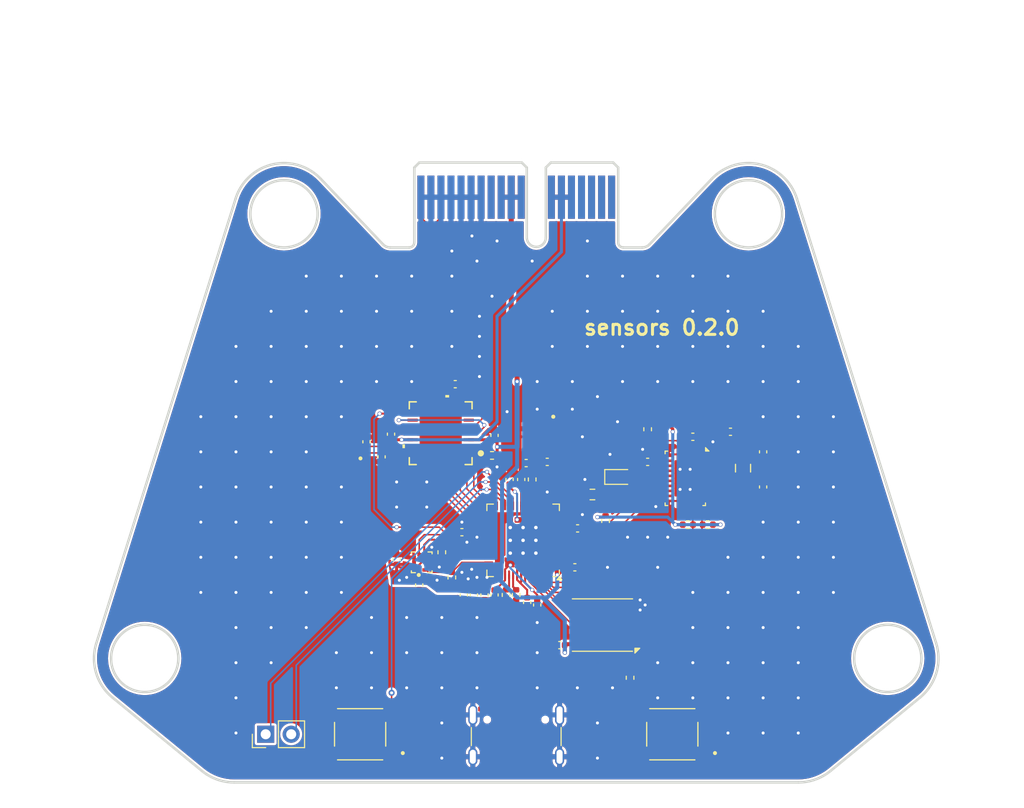
<source format=kicad_pcb>
(kicad_pcb (version 20240108) (generator "pcbnew") (generator_version "8.0")
  (layers (0 "F.Cu" signal) (31 "B.Cu" signal) (34 "B.Paste" user) (35 "F.Paste" user) (36 "B.SilkS" user "B.Silkscreen") (37 "F.SilkS" user "F.Silkscreen") (38 "B.Mask" user) (39 "F.Mask" user) (44 "Edge.Cuts" user))
  (net 0 "")
  (net 1 "+1.1V")
  (net 2 "+7.4V")
  (net 4 "CANINT")
  (net 5 "/XIN")
  (net 7 "Net-(U8-XOUT32)")
  (net 8 "BMPINT")
  (net 11 "Net-(U8-CAP)")
  (net 12 "BNORESET")
  (net 15 "BNOINT")
  (net 16 "Net-(U8-XIN32)")
  (net 18 "Net-(D88-A)")
  (net 23 "CS")
  (net 24 "CANSTBY")
  (net 26 "GND")
  (net 27 "/USB_D2+")
  (net 28 "USB_D+")
  (net 29 "/XOUT_pre")
  (net 31 "SI")
  (net 32 "SCK")
  (net 33 "SO")
  (net 34 "USB_D-")
  (net 37 "/XOUT")
  (net 40 "OSC1")
  (net 43 "BOOT_LOAD")
  (net 45 "OSC2")
  (net 46 "tx")
  (net 47 "/QSPI_SS")
  (net 48 "/QSPI_SCLK")
  (net 49 "/QSPI_SD1")
  (net 50 "/QSPI_SD0")
  (net 51 "/QSPI_SD3")
  (net 52 "/QSPI_SD2")
  (net 53 "/~{USB_BOOT_S}")
  (net 55 "/USB_D2-")
  (net 56 "+3.3V")
  (net 57 "Net-(D88-K)")
  (net 62 "CANRESET")
  (net 64 "rx")
  (net 68 "+5V")
  (net 69 "/SWD")
  (net 70 "/SWCLK")
  (net 71 "/RUN")
  (net 72 "SDA0")
  (net 73 "SCL0")
  (net 74 "SDA1")
  (net 75 "SCL1")
  (net 76 "unconnected-(U2-GPIO0-Pad2)")
  (net 89 "CANN")
  (net 90 "CANP")
  (footprint "Package_SON:WSON-8-1EP_6x5mm_P1.27mm_EP3.4x4.3mm" (layer "F.Cu") (at 155 106.75 180)
    (property "Reference" "U4" (hide yes))
    (property "Value" "W25Q128JVP" (hide yes))
  )
  (footprint "Capacitor_SMD:C_0402_1005Metric" (layer "F.Cu") (at 146.905904 92.252137 90)
    (property "Reference" "C214" (hide yes))
    (property "Value" "100n" (hide yes))
  )
  (footprint "Resistor_SMD:R_0402_1005Metric" (layer "F.Cu") (at 148 92.25 90)
    (property "Reference" "R12" (hide yes))
    (property "Value" "1k" (hide yes))
  )
  (footprint "BMP388:PQFN50P200X200X80-10N" (layer "F.Cu") (at 137 100.5 90)
    (property "Reference" "U5" (hide yes))
    (property "Value" "BMP388" (hide yes))
  )
  (footprint "Resistor_SMD:R_0402_1005Metric" (layer "F.Cu") (at 145.400183 103.75 90)
    (property "Reference" "R204" (hide yes))
    (property "Value" "27" (hide yes))
  )
  (footprint "Capacitor_SMD:C_0402_1005Metric" (layer "F.Cu") (at 141 97.5 180)
    (property "Reference" "C212" (hide yes))
    (property "Value" "100n" (hide yes))
  )
  (footprint "Capacitor_SMD:C_0402_1005Metric" (layer "F.Cu") (at 145.75 92.25 90)
    (property "Reference" "C207" (hide yes))
    (property "Value" "100n" (hide yes))
  )
  (footprint "Capacitor_SMD:C_0402_1005Metric" (layer "F.Cu") (at 159.5 90.5)
    (property "Reference" "C84" (hide yes))
    (property "Value" "1u" (hide yes))
  )
  (footprint "X322516MLB4SI:OSC_X322516MLB4SI" (layer "F.Cu") (at 128.85 89.051477 180)
    (property "Reference" "Y2" (hide yes))
    (property "Value" "X322516MLB4SI" (hide yes))
  )
  (footprint "TS-1187A-B-A-B:SW_TS-1187A-B-A-B" (layer "F.Cu") (at 130.865 117.625 180)
    (property "Reference" "S2" (hide yes))
    (property "Value" "TS-1187A-B-A-B" (hide yes))
  )
  (footprint "Resistor_SMD:R_0402_1005Metric" (layer "F.Cu") (at 140 102.01 -90)
    (property "Reference" "R222" (hide yes))
    (property "Value" "4.7k" (hide yes))
  )
  (footprint "Capacitor_SMD:C_0402_1005Metric" (layer "F.Cu") (at 171 89.5 -90)
    (property "Reference" "C86" (hide yes))
    (property "Value" "22p" (hide yes))
  )
  (footprint "MCP25625T_E_ML:QFN28_6X6MC_MCH" (layer "F.Cu") (at 138.887999 87.644025 180)
    (property "Reference" "U9" (hide yes))
    (property "Value" "MCP25625T-E/ML" (hide yes))
  )
  (footprint "Resistor_SMD:R_0402_1005Metric" (layer "F.Cu") (at 163.51 96.75 180)
    (property "Reference" "R221" (hide yes))
    (property "Value" "4.7k" (hide yes))
  )
  (footprint "Capacitor_SMD:C_0402_1005Metric" (layer "F.Cu") (at 149.5 90.5)
    (property "Reference" "C10" (hide yes))
    (property "Value" "15p" (hide yes))
  )
  (footprint "Capacitor_SMD:C_0402_1005Metric" (layer "F.Cu") (at 148.5 104.75 -90)
    (property "Reference" "C206" (hide yes))
    (property "Value" "100n" (hide yes))
  )
  (footprint "Capacitor_SMD:C_0402_1005Metric" (layer "F.Cu") (at 152.25 101)
    (property "Reference" "C211" (hide yes))
    (property "Value" "100n" (hide yes))
  )
  (footprint "LED_SMD:LED_0603_1608Metric" (layer "F.Cu") (at 156.7125 92)
    (property "Reference" "D88" (hide yes))
    (property "Value" "LED" (hide yes))
  )
  (footprint "Capacitor_SMD:C_0402_1005Metric" (layer "F.Cu") (at 144.25 103.75 -90)
    (property "Reference" "C208" (hide yes))
    (property "Value" "1u" (hide yes))
  )
  (footprint "Capacitor_SMD:C_0402_1005Metric" (layer "F.Cu") (at 167.75 87.5)
    (property "Reference" "C81" (hide yes))
    (property "Value" "100n" (hide yes))
  )
  (footprint "Resistor_SMD:R_0402_1005Metric" (layer "F.Cu") (at 159.5 87.25 90)
    (property "Reference" "R87" (hide yes))
    (property "Value" "10k" (hide yes))
  )
  (footprint "Capacitor_SMD:C_0402_1005Metric" (layer "F.Cu") (at 147.401053 90.619624 180)
    (property "Reference" "C11" (hide yes))
    (property "Value" "15p" (hide yes))
  )
  (footprint "Connector_USB:USB_C_Receptacle_Palconn_UTC16-G" (layer "F.Cu") (at 146.41 117.625)
    (property "Reference" "J6" (hide yes))
    (property "Value" "USB_C_Receptacle_USB2.0_16P" (hide yes))
  )
  (footprint "ABM8-272-T3:ABM8-272-T3_ABR" (layer "F.Cu") (at 149 88 -90)
    (property "Reference" "X1" (hide yes))
    (property "Value" "ABM8-272-T3" (hide yes))
  )
  (footprint "Capacitor_SMD:C_0402_1005Metric" (layer "F.Cu") (at 152.523705 97.122962)
    (property "Reference" "C213" (hide yes))
    (property "Value" "100n" (hide yes))
  )
  (footprint "Capacitor_SMD:C_0402_1005Metric" (layer "F.Cu") (at 142.194841 103.749524 -90)
    (property "Reference" "C216" (hide yes))
    (property "Value" "100n" (hide yes))
  )
  (footprint "Capacitor_SMD:C_0402_1005Metric" (layer "F.Cu") (at 141.194841 103.749524 -90)
    (property "Reference" "C215" (hide yes))
    (property "Value" "100n" (hide yes))
  )
  (footprint "Resistor_SMD:R_0402_1005Metric" (layer "F.Cu") (at 144 89.854549 180)
    (property "Reference" "R91" (hide yes))
    (property "Value" "10k" (hide yes))
  )
  (footprint "Capacitor_SMD:C_0402_1005Metric" (layer "F.Cu") (at 164 88 180)
    (property "Reference" "C82" (hide yes))
    (property "Value" "100n" (hide yes))
  )
  (footprint "Capacitor_SMD:C_0402_1005Metric" (layer "F.Cu") (at 143.25 103.75 -90)
    (property "Reference" "C210" (hide yes))
    (property "Value" "1u" (hide yes))
  )
  (footprint "Capacitor_SMD:C_0402_1005Metric" (layer "F.Cu") (at 171 93 -90)
    (property "Reference" "C85" (hide yes))
    (property "Value" "22p" (hide yes))
  )
  (footprint "Package_LGA:LGA-28_5.2x3.8mm_P0.5mm" (layer "F.Cu") (at 163.25 92.1375 -90)
    (property "Reference" "U8" (hide yes))
    (property "Value" "BNO055" (hide yes))
  )
  (footprint "Resistor_SMD:R_0402_1005Metric" (layer "F.Cu") (at 165.49 96.75 180)
    (property "Reference" "R220" (hide yes))
    (property "Value" "4.7k" (hide yes))
  )
  (footprint "ABS07-32.768KHZ-T:XTAL_ABS07-32.768KHZ-T" (layer "F.Cu") (at 169 91.124973 90)
    (property "Reference" "Y1" (hide yes))
    (property "Value" "ABS07-32.768KHZ-T" (hide yes))
  )
  (footprint "Capacitor_SMD:C_0402_1005Metric" (layer "F.Cu") (at 133.942338 87.740095 90)
    (property "Reference" "C93" (hide yes))
    (property "Value" "100n" (hide yes))
  )
  (footprint "Resistor_SMD:R_0402_1005Metric" (layer "F.Cu") (at 146.400183 103.75 90)
    (property "Reference" "R203" (hide yes))
    (property "Value" "27" (hide yes))
  )
  (footprint "Package_DFN_QFN:QFN-56-1EP_7x7mm_P0.4mm_EP3.2x3.2mm" (layer "F.Cu") (at 147.1 98.3125 180)
    (property "Reference" "U2" (hide yes))
    (property "Value" "RP2040" (hide yes))
  )
  (footprint "Capacitor_SMD:C_0402_1005Metric" (layer "F.Cu") (at 136.75 102.75 -90)
    (property "Reference" "C50" (hide yes))
    (property "Value" "100n" (hide yes))
  )
  (footprint "Resistor_SMD:R_0402_1005Metric" (layer "F.Cu") (at 155.30927 96.382779 90)
    (property "Reference" "R83" (hide yes))
    (property "Value" "10k" (hide yes))
  )
  (footprint "Resistor_SMD:R_0402_1005Metric" (layer "F.Cu") (at 157.75 112 -90)
    (property "Reference" "R30" (hide yes))
    (property "Value" "1k" (hide yes))
  )
  (footprint "Capacitor_SMD:C_0402_1005Metric" (layer "F.Cu") (at 150.75 108.75 180)
    (property "Reference" "C40" (hide yes))
    (property "Value" "100n" (hide yes))
  )
  (footprint "Connector_PinHeader_2.54mm:PinHeader_1x02_P2.54mm_Vertical" (layer "F.Cu") (at 121.46 117.625 90)
    (property "Reference" "J4" (hide yes))
    (property "Value" "Conn_01x02" (hide yes))
  )
  (footprint "Capacitor_SMD:C_0402_1005Metric" (layer "F.Cu") (at 134.5 100.23 90)
    (property "Reference" "C51" (hide yes))
    (property "Value" "100n" (hide yes))
  )
  (footprint "Capacitor_SMD:C_0402_1005Metric" (layer "F.Cu") (at 140.339105 82.759702)
    (property "Reference" "C90" (hide yes))
    (property "Value" "100n" (hide yes))
  )
  (footprint "Capacitor_SMD:C_0402_1005Metric" (layer "F.Cu") (at 144.249829 87.861863 90)
    (property "Reference" "C92" (hide yes))
    (property "Value" "100n" (hide yes))
  )
  (footprint "TS-1187A-B-A-B:SW_TS-1187A-B-A-B" (layer "F.Cu") (at 161.955 117.625 180)
    (property "Reference" "S1" (hide yes))
    (property "Value" "TS-1187A-B-A-B" (hide yes))
  )
  (footprint "Capacitor_SMD:C_0402_1005Metric" (layer "F.Cu") (at 147.5 104.5 -90)
    (property "Reference" "C209" (hide yes))
    (property "Value" "100n" (hide yes))
  )
  (footprint "Resistor_SMD:R_0402_1005Metric" (layer "F.Cu") (at 139 99.5 -90)
    (property "Reference" "R223" (hide yes))
    (property "Value" "4.7k" (hide yes))
  )
  (footprint "Capacitor_SMD:C_0402_1005Metric" (layer "F.Cu") (at 133 90 -90)
    (property "Reference" "C94" (hide yes))
    (property "Value" "22p" (hide yes))
  )
  (footprint "Resistor_SMD:R_0603_1608Metric" (layer "F.Cu") (at 154 93.75 180)
    (property "Reference" "R89" (hide yes))
    (property "Value" "150" (hide yes))
  )
  (footprint "Capacitor_SMD:C_0402_1005Metric" (layer "F.Cu") (at 131.5 88.5 90)
    (property "Reference" "C95" (hide yes))
    (property "Value" "22p" (hide yes))
  )
  (footprint "Connector_PCBEdge:BUS_PCIexpress_x1" (layer "B.Cu") (at 136.913 64.138595)
    (property "Reference" "J1" (hide yes))
    (property "Value" "Bus_PCI_Express_x1" (hide yes))
    (fp_line (start -0.65 -2.95) (end -0.65 4.506267) (stroke (width 0.25)) (layer "Edge.Cuts"))
    (fp_line (start -0.15 -3.45) (end -0.65 -2.95) (stroke (width 0.25)) (layer "Edge.Cuts"))
    (fp_line (start 10.05 -3.45) (end -0.15 -3.45) (stroke (width 0.25)) (layer "Edge.Cuts"))
    (fp_line (start 10.05 -3.45) (end 10.55 -2.95) (stroke (width 0.25)) (layer "Edge.Cuts"))
    (fp_line (start 10.55 -2.95) (end 10.55 4) (stroke (width 0.25)) (layer "Edge.Cuts"))
    (fp_line (start 12.45 -2.95) (end 12.45 4) (stroke (width 0.25)) (layer "Edge.Cuts"))
    (fp_line (start 12.95 -3.45) (end 12.45 -2.95) (stroke (width 0.25)) (layer "Edge.Cuts"))
    (fp_line (start 19.15 -3.45) (end 12.95 -3.45) (stroke (width 0.25)) (layer "Edge.Cuts"))
    (fp_line (start 19.15 -3.45) (end 19.65 -2.95) (stroke (width 0.25)) (layer "Edge.Cuts"))
    (fp_line (start 19.65 4.506267) (end 19.65 -2.95) (stroke (width 0.25)) (layer "Edge.Cuts"))
    (fp_arc (start 12.45 4) (mid 11.5 4.95) (end 10.55 4) (stroke (width 0.25)) (layer "Edge.Cuts"))
  )
  (gr_line (start 159.678146 68.835513) (end 165.883818 62.312636) (stroke (width 0.25)) (layer "Edge.Cuts"))
  (gr_line (start 133.143972 68.831791) (end 126.941843 62.312637) (stroke (width 0.25)) (layer "Edge.Cuts"))
  (gr_line (start 174.511605 122.419976) (end 118.31403 122.419976) (stroke (width 0.25)) (layer "Edge.Cuts"))
  (gr_circle (center 183.413305 110.068595) (end 180.063305 110.068595) (stroke (width 0.25)) (fill none) (layer "Edge.Cuts"))
  (gr_arc (start 159.678146 68.835513) (mid 159.347804 69.065283) (end 158.95364 69.146243) (stroke (width 0.25)) (layer "Edge.Cuts"))
  (gr_arc (start 188.23235 108.558858) (mid 188.252259 111.513246) (end 186.615928 113.973169) (stroke (width 0.25)) (layer "Edge.Cuts"))
  (gr_line (start 133.87203 69.146243) (end 135.755183 69.146243) (stroke (width 0.25)) (layer "Edge.Cuts"))
  (gr_arc (start 118.31403 122.419976) (mid 116.613396 122.125003) (end 115.111431 121.274551) (stroke (width 0.25)) (layer "Edge.Cuts"))
  (gr_line (start 158.95364 69.146243) (end 157.070478 69.146243) (stroke (width 0.25)) (layer "Edge.Cuts"))
  (gr_line (start 174.361605 64.283721) (end 174.361606 64.283721) (stroke (width 0.25)) (layer "Edge.Cuts"))
  (gr_line (start 186.615928 113.973169) (end 177.714231 121.274549) (stroke (width 0.25)) (layer "Edge.Cuts"))
  (gr_arc (start 133.87203 69.146243) (mid 133.475493 69.064276) (end 133.143972 68.831791) (stroke (width 0.25)) (layer "Edge.Cuts"))
  (gr_arc (start 165.883818 62.312636) (mid 170.686181 60.874652) (end 174.361605 64.283721) (stroke (width 0.25)) (layer "Edge.Cuts"))
  (gr_arc (start 118.464055 64.28372) (mid 122.13948 60.874652) (end 126.941843 62.312637) (stroke (width 0.25)) (layer "Edge.Cuts"))
  (gr_circle (center 109.412355 110.068595) (end 106.062355 110.068595) (stroke (width 0.25)) (fill none) (layer "Edge.Cuts"))
  (gr_arc (start 136.255183 68.646276) (mid 136.108734 68.999813) (end 135.755183 69.146243) (stroke (width 0.25)) (layer "Edge.Cuts"))
  (gr_line (start 174.361606 64.283721) (end 188.23235 108.558858) (stroke (width 0.25)) (layer "Edge.Cuts"))
  (gr_circle (center 169.54256 65.793456) (end 166.19256 65.793456) (stroke (width 0.25)) (fill none) (layer "Edge.Cuts"))
  (gr_circle (center 123.2831 65.793456) (end 119.9331 65.793456) (stroke (width 0.25)) (fill none) (layer "Edge.Cuts"))
  (gr_line (start 106.209767 113.973198) (end 115.111431 121.274551) (stroke (width 0.25)) (layer "Edge.Cuts"))
  (gr_line (start 118.464055 64.28372) (end 118.464054 64.28372) (stroke (width 0.25)) (layer "Edge.Cuts"))
  (gr_arc (start 157.070478 69.146243) (mid 156.716924 68.999796) (end 156.570477 68.646242) (stroke (width 0.25)) (layer "Edge.Cuts"))
  (gr_line (start 118.464054 64.28372) (end 104.588376 108.574607) (stroke (width 0.25)) (layer "Edge.Cuts"))
  (gr_arc (start 106.209767 113.973198) (mid 104.575789 111.521169) (end 104.588376 108.574607) (stroke (width 0.25)) (layer "Edge.Cuts"))
  (gr_arc (start 177.714231 121.274549) (mid 176.212253 122.125005) (end 174.511605 122.419976) (stroke (width 0.25)) (layer "Edge.Cuts"))
  (gr_text "sensors 0.2.0" (at 153 78 0) (layer "F.SilkS") (effects (font (size 1.5 1.5) (thickness 0.3) (bold yes)) (justify left bottom)))
  (segment (start 145.75 93) (end 145.75 92.73) (width 0.2) (layer "F.Cu") (net 1))
  (segment (start 148 103.25) (end 148.5 103.75) (width 0.2) (layer "F.Cu") (net 1))
  (segment (start 145.3 102.28386) (end 144.31386 103.27) (width 0.2) (layer "F.Cu") (net 1))
  (segment (start 146.278167 93.471833) (end 146.221833 93.471833) (width 0.15) (layer "F.Cu") (net 1))
  (segment (start 148.5 103.75) (end 148.5 104.27) (width 0.2) (layer "F.Cu") (net 1))
  (segment (start 145.716508 100.783492) (end 145.830177 100.783492) (width 0.2) (layer "F.Cu") (net 1))
  (segment (start 146.278167 93.471833) (end 146.5 93.693666) (width 0.15) (layer "F.Cu") (net 1))
  (segment (start 147.3 101.75) (end 147.3 102.55) (width 0.2) (layer "F.Cu") (net 1))
  (segment (start 145.3 101.75) (end 145.3 102.28386) (width 0.2) (layer "F.Cu") (net 1))
  (segment (start 144.31386 103.27) (end 144.25 103.27) (width 0.2) (layer "F.Cu") (net 1))
  (segment (start 146.221833 93.471833) (end 145.75 93) (width 0.2) (layer "F.Cu") (net 1))
  (segment (start 147.3 102.55) (end 148 103.25) (width 0.2) (layer "F.Cu") (net 1))
  (segment (start 145.3 101.2) (end 145.716508 100.783492) (width 0.2) (layer "F.Cu") (net 1))
  (segment (start 146.5 93.693666) (end 146.5 94.875) (width 0.15) (layer "F.Cu") (net 1))
  (segment (start 145.3 101.75) (end 145.3 101.2) (width 0.2) (layer "F.Cu") (net 1))
  (via (at 146.5 96.25) (size 0.4) (drill 0.3) (layers "F.Cu" "B.Cu") (net 1))
  (via (at 148 103.25) (size 0.4) (drill 0.3) (layers "F.Cu" "B.Cu") (net 1))
  (via (at 146.278167 93.471833) (size 0.4) (drill 0.3) (layers "F.Cu" "B.Cu") (net 1))
  (via (at 145.830177 100.783492) (size 0.4) (drill 0.3) (layers "F.Cu" "B.Cu") (net 1))
  (segment (start 146.5 93.693666) (end 146.278167 93.471833) (width 0.2) (layer "B.Cu") (net 1))
  (segment (start 145.830177 100.783492) (end 145.830177 101.080177) (width 0.2) (layer "B.Cu") (net 1))
  (segment (start 146.5 96.25) (end 146.5 93.693666) (width 0.2) (layer "B.Cu") (net 1))
  (segment (start 145.830177 101.080177) (end 148 103.25) (width 0.2) (layer "B.Cu") (net 1))
  (segment (start 138.887999 90.438025) (end 138.887999 93.387999) (width 0.15) (layer "F.Cu") (net 4))
  (segment (start 138.887999 93.387999) (end 142.4125 96.9125) (width 0.15) (layer "F.Cu") (net 4))
  (segment (start 142.4125 96.9125) (end 143.6625 96.9125) (width 0.15) (layer "F.Cu") (net 4))
  (segment (start 149.02 90.5) (end 149.02 87.580001) (width 0.15) (layer "F.Cu") (net 5))
  (segment (start 149.02 87.580001) (end 149.400002 87.199999) (width 0.15) (layer "F.Cu") (net 5))
  (segment (start 149 90.52) (end 149 92.663247) (width 0.15) (layer "F.Cu") (net 5))
  (segment (start 149.400002 87.199999) (end 150.1 87.199999) (width 0.15) (layer "F.Cu") (net 5))
  (segment (start 147.7 93.963247) (end 147.7 94.875) (width 0.15) (layer "F.Cu") (net 5))
  (segment (start 149 92.663247) (end 147.7 93.963247) (width 0.15) (layer "F.Cu") (net 5))
  (segment (start 149.02 90.5) (end 149 90.52) (width 0.15) (layer "F.Cu") (net 5))
  (segment (start 169.145027 92.52) (end 169 92.374973) (width 0.15) (layer "F.Cu") (net 7))
  (segment (start 168.012527 91.3875) (end 164.9125 91.3875) (width 0.15) (layer "F.Cu") (net 7))
  (segment (start 169 92.374973) (end 168.012527 91.3875) (width 0.15) (layer "F.Cu") (net 7))
  (segment (start 171 92.52) (end 169.145027 92.52) (width 0.15) (layer "F.Cu") (net 7))
  (segment (start 140.8375 99.7125) (end 143.6625 99.7125) (width 0.15) (layer "F.Cu") (net 8))
  (segment (start 137.25 97.75) (end 138.875 97.75) (width 0.15) (layer "F.Cu") (net 8))
  (segment (start 136.75 99.735) (end 136.75 98.25) (width 0.15) (layer "F.Cu") (net 8))
  (segment (start 136.75 98.25) (end 137.25 97.75) (width 0.15) (layer "F.Cu") (net 8))
  (segment (start 138.875 97.75) (end 140.8375 99.7125) (width 0.15) (layer "F.Cu") (net 8))
  (segment (start 161.5875 91.3875) (end 160.8675 91.3875) (width 0.15) (layer "F.Cu") (net 11))
  (segment (start 160.8675 91.3875) (end 159.98 90.5) (width 0.15) (layer "F.Cu") (net 11))
  (segment (start 161.5875 92.3875) (end 159.8625 92.3875) (width 0.15) (layer "F.Cu") (net 12))
  (segment (start 154.5375 97.7125) (end 150.5375 97.7125) (width 0.15) (layer "F.Cu") (net 12))
  (segment (start 159.8625 92.3875) (end 154.5375 97.7125) (width 0.15) (layer "F.Cu") (net 12))
  (segment (start 155.6375 98.1125) (end 150.5375 98.1125) (width 0.15) (layer "F.Cu") (net 15))
  (segment (start 159.8625 93.8875) (end 155.6375 98.1125) (width 0.15) (layer "F.Cu") (net 15))
  (segment (start 161.5875 93.8875) (end 159.8625 93.8875) (width 0.15) (layer "F.Cu") (net 15))
  (segment (start 169 89.874973) (end 170.894973 89.874973) (width 0.15) (layer "F.Cu") (net 16))
  (segment (start 170.894973 89.874973) (end 171 89.98) (width 0.15) (layer "F.Cu") (net 16))
  (segment (start 169 89.874973) (end 167.987473 90.8875) (width 0.15) (layer "F.Cu") (net 16))
  (segment (start 167.987473 90.8875) (end 164.9125 90.8875) (width 0.15) (layer "F.Cu") (net 16))
  (segment (start 157.6125 91.8875) (end 157.5 92) (width 0.15) (layer "F.Cu") (net 18))
  (segment (start 161.5875 91.8875) (end 157.6125 91.8875) (width 0.15) (layer "F.Cu") (net 18))
  (segment (start 141.5 89.776025) (end 141.5 93.188949) (width 0.15) (layer "F.Cu") (net 23))
  (segment (start 143.186051 94.875) (end 144.5 94.875) (width 0.15) (layer "F.Cu") (net 23))
  (segment (start 141.681999 89.594026) (end 141.5 89.776025) (width 0.15) (layer "F.Cu") (net 23))
  (segment (start 141.5 93.188949) (end 143.186051 94.875) (width 0.15) (layer "F.Cu") (net 23))
  (segment (start 138.75 97) (end 141.0625 99.3125) (width 0.15) (layer "F.Cu") (net 24))
  (segment (start 141.0625 99.3125) (end 143.6625 99.3125) (width 0.15) (layer "F.Cu") (net 24))
  (segment (start 134.5 97) (end 138.75 97) (width 0.15) (layer "F.Cu") (net 24))
  (segment (start 132.805976 85.694024) (end 136.093999 85.694024) (width 0.2) (layer "F.Cu") (net 24))
  (via (at 134.5 97) (size 0.4) (drill 0.3) (layers "F.Cu" "B.Cu") (net 24))
  (via (at 132.805976 85.694024) (size 0.4) (drill 0.3) (layers "F.Cu" "B.Cu") (net 24))
  (segment (start 134 97) (end 132.25 95.25) (width 0.15) (layer "B.Cu") (net 24))
  (segment (start 134.5 97) (end 134 97) (width 0.15) (layer "B.Cu") (net 24))
  (segment (start 132.25 86.25) (end 132.805976 85.694024) (width 0.15) (layer "B.Cu") (net 24))
  (segment (start 132.25 95.25) (end 132.25 86.25) (width 0.15) (layer "B.Cu") (net 24))
  (segment (start 146.772137 91.772137) (end 146 91) (width 0.3) (layer "F.Cu") (net 26))
  (segment (start 162.3625 94.3875) (end 162.5 94.525) (width 0.15) (layer "F.Cu") (net 26))
  (segment (start 148.1 86.949999) (end 147.95 86.949999) (width 0.15) (layer "F.Cu") (net 26))
  (segment (start 142.913 64.138595) (end 139.913 64.138595) (width 0.5) (layer "F.Cu") (net 26))
  (segment (start 161.725 89.75) (end 161.5875 89.8875) (width 0.2) (layer "F.Cu") (net 26))
  (segment (start 161.5875 94.3875) (end 162.3625 94.3875) (width 0.2) (layer "F.Cu") (net 26))
  (segment (start 146.905904 91.772137) (end 146.772137 91.772137) (width 0.3) (layer "F.Cu") (net 26))
  (segment (start 137.79 100.975) (end 137.765 101) (width 0.15) (layer "F.Cu") (net 26))
  (segment (start 138.407065 89.186934) (end 138.407065 88.957723) (width 0.2) (layer "F.Cu") (net 26))
  (segment (start 137.765 100) (end 137.948126 100) (width 0.2) (layer "F.Cu") (net 26))
  (segment (start 137.948126 100) (end 138.270554 99.677572) (width 0.2) (layer "F.Cu") (net 26))
  (segment (start 136.605075 87.644025) (end 139.399075 87.644025) (width 0.3) (layer "F.Cu") (net 26))
  (segment (start 148.75 93.75) (end 149 93.75) (width 0.2) (layer "F.Cu") (net 26))
  (segment (start 136.235 100.5) (end 136.235 100) (width 0.3) (layer "F.Cu") (net 26))
  (segment (start 162.5 89.75) (end 161.725 89.75) (width 0.2) (layer "F.Cu") (net 26))
  (segment (start 148.1 94.875) (end 148.1 94.4) (width 0.2) (layer "F.Cu") (net 26))
  (segment (start 148.1 94.4) (end 148.75 93.75) (width 0.2) (layer "F.Cu") (net 26))
  (segment (start 138.75 100.975) (end 137.79 100.975) (width 0.2) (layer "F.Cu") (net 26))
  (via (at 174.5 89.5) (size 0.4) (drill 0.3) (layers "F.Cu" "B.Cu") (net 26))
  (via (at 153 95.75) (size 0.4) (drill 0.3) (layers "F.Cu" "B.Cu") (net 26))
  (via (at 149.5 93.5) (size 0.4) (drill 0.3) (layers "F.Cu" "B.Cu") (net 26))
  (via (at 154.5 84) (size 0.4) (drill 0.3) (layers "F.Cu" "B.Cu") (net 26))
  (via (at 158.75 104.25) (size 0.4) (drill 0.3) (layers "F.Cu" "B.Cu") (net 26))
  (via (at 142.75 80) (size 0.4) (drill 0.3) (layers "F.Cu" "B.Cu") (net 26))
  (via (at 171 75.5) (size 0.4) (drill 0.3) (layers "F.Cu" "B.Cu") (net 26))
  (via (at 167.5 114) (size 0.4) (drill 0.3) (layers "F.Cu" "B.Cu") (net 26))
  (via (at 140 72) (size 0.4) (drill 0.3) (layers "F.Cu" "B.Cu") (net 26))
  (via (at 125.5 100) (size 0.4) (drill 0.3) (layers "F.Cu" "B.Cu") (net 26))
  (via (at 144.5 68.5) (size 0.4) (drill 0.3) (layers "F.Cu" "B.Cu") (net 26))
  (via (at 152.5 113) (size 0.4) (drill 0.3) (layers "F.Cu" "B.Cu") (net 26))
  (via (at 160.5 75.5) (size 0.4) (drill 0.3) (layers "F.Cu" "B.Cu") (net 26))
  (via (at 128.5 113) (size 0.4) (drill 0.3) (layers "F.Cu" "B.Cu") (net 26))
  (via (at 122 75.5) (size 0.4) (drill 0.3) (layers "F.Cu" "B.Cu") (net 26))
  (via (at 164 82.5) (size 0.4) (drill 0.3) (layers "F.Cu" "B.Cu") (net 26))
  (via (at 129 79) (size 0.4) (drill 0.3) (layers "F.Cu" "B.Cu") (net 26))
  (via (at 178 103.5) (size 0.4) (drill 0.3) (layers "F.Cu" "B.Cu") (net 26))
  (via (at 142.5 70.5) (size 0.4) (drill 0.3) (layers "F.Cu" "B.Cu") (net 26))
  (via (at 136 79) (size 0.4) (drill 0.3) (layers "F.Cu" "B.Cu") (net 26))
  (via (at 118.5 103.5) (size 0.4) (drill 0.3) (layers "F.Cu" "B.Cu") (net 26))
  (via (at 144.5 91) (size 0.4) (drill 0.3) (layers "F.Cu" "B.Cu") (net 26))
  (via (at 167.5 79) (size 0.4) (drill 0.3) (layers "F.Cu" "B.Cu") (net 26))
  (via (at 122 86) (size 0.4) (drill 0.3) (layers "F.Cu" "B.Cu") (net 26))
  (via (at 174.5 114) (size 0.4) (drill 0.3) (layers "F.Cu" "B.Cu") (net 26))
  (via (at 145.818053 99.587234) (size 0.5) (drill 0.35) (layers "F.Cu" "B.Cu") (net 26))
  (via (at 163.730735 91.239321) (size 0.4) (drill 0.3) (layers "F.Cu" "B.Cu") (net 26))
  (via (at 148.5 109.5) (size 0.4) (drill 0.3) (layers "F.Cu" "B.Cu") (net 26))
  (via (at 136 75.5) (size 0.4) (drill 0.3) (layers "F.Cu" "B.Cu") (net 26))
  (via (at 174.5 96.5) (size 0.4) (drill 0.3) (layers "F.Cu" "B.Cu") (net 26))
  (via (at 160.5 114) (size 0.4) (drill 0.3) (layers "F.Cu" "B.Cu") (net 26))
  (via (at 167.5 72) (size 0.4) (drill 0.3) (layers "F.Cu" "B.Cu") (net 26))
  (via (at 125.5 93) (size 0.4) (drill 0.3) (layers "F.Cu" "B.Cu") (net 26))
  (via (at 171 103.5) (size 0.4) (drill 0.3) (layers "F.Cu" "B.Cu") (net 26))
  (via (at 137.5 95) (size 0.4) (drill 0.3) (layers "F.Cu" "B.Cu") (net 26))
  (via (at 115 103.5) (size 0.4) (drill 0.3) (layers "F.Cu" "B.Cu") (net 26))
  (via (at 171 110.5) (size 0.4) (drill 0.3) (layers "F.Cu" "B.Cu") (net 26))
  (via (at 174.5 79) (size 0.4) (drill 0.3) (layers "F.Cu" "B.Cu") (net 26))
  (via (at 150 79) (size 0.4) (drill 0.3) (layers "F.Cu" "B.Cu") (net 26))
  (via (at 122 93) (size 0.4) (drill 0.3) (layers "F.Cu" "B.Cu") (net 26))
  (via (at 178 100) (size 0.4) (drill 0.3) (layers "F.Cu" "B.Cu") (net 26))
  (via (at 153.5 68.5) (size 0.4) (drill 0.3) (layers "F.Cu" "B.Cu") (net 26))
  (via (at 147.093053 99.587234) (size 0.5) (drill 0.35) (layers "F.Cu" "B.Cu") (net 26))
  (via (at 161.5 98) (size 0.4) (drill 0.3) (layers "F.Cu" "B.Cu") (net 26))
  (via (at 148.5 106.5) (size 0.4) (drill 0.3) (layers "F.Cu" "B.Cu") (net 26))
  (via (at 138 99) (size 0.4) (drill 0.3) (layers "F.Cu" "B.Cu") (net 26))
  (via (at 118.5 117.5) (size 0.4) (drill 0.3) (layers "F.Cu" "B.Cu") (net 26))
  (via (at 118.5 89.5) (size 0.4) (drill 0.3) (layers "F.Cu" "B.Cu") (net 26))
  (via (at 129 86) (size 0.4) (drill 0.3) (layers "F.Cu" "B.Cu") (net 26))
  (via (at 139 113) (size 0.4) (drill 0.3) (layers "F.Cu" "B.Cu") (net 26))
  (via (at 122 103.5) (size 0.4) (drill 0.3) (layers "F.Cu" "B.Cu") (net 26))
  (via (at 132 113) (size 0.4) (drill 0.3) (layers "F.Cu" "B.Cu") (net 26))
  (via (at 153.5 75.5) (size 0.4) (drill 0.3) (layers "F.Cu" "B.Cu") (net 26))
  (via (at 144 74) (size 0.4) (drill 0.3) (layers "F.Cu" "B.Cu") (net 26))
  (via (at 145.818053 98.312234) (size 0.5) (drill 0.35) (layers "F.Cu" "B.Cu") (net 26))
  (via (at 122 82.5) (size 0.4) (drill 0.3) (layers "F.Cu" "B.Cu") (net 26))
  (via (at 125.5 72) (size 0.4) (drill 0.3) (layers "F.Cu" "B.Cu") (net 26))
  (via (at 148.368053 98.312234) (size 0.5) (drill 0.35) (layers "F.Cu" "B.Cu") (net 26))
  (via (at 164 114) (size 0.4) (drill 0.3) (layers "F.Cu" "B.Cu") (net 26))
  (via (at 125.5 96.5) (size 0.4) (drill 0.3) (layers "F.Cu" "B.Cu") (net 26))
  (via (at 160.5 82.5) (size 0.4) (drill 0.3) (layers "F.Cu" "B.Cu") (net 26))
  (via (at 164 72) (size 0.4) (drill 0.3) (layers "F.Cu" "B.Cu") (net 26))
  (via (at 178 96.5) (size 0.4) (drill 0.3) (layers "F.Cu" "B.Cu") (net 26))
  (via (at 152 85.25) (size 0.4) (drill 0.3) (layers "F.Cu" "B.Cu") (net 26))
  (via (at 153.25 92.25) (size 0.4) (drill 0.3) (layers "F.Cu" "B.Cu") (net 26))
  (via (at 132.5 72) (size 0.4) (drill 0.3) (layers "F.Cu" "B.Cu") (net 26))
  (via (at 142.75 78) (size 0.4) (drill 0.3) (layers "F.Cu" "B.Cu") (net 26))
  (via (at 153.5 72) (size 0.4) (drill 0.3) (layers "F.Cu" "B.Cu") (net 26))
  (via (at 162.730735 93.239321) (size 0.4) (drill 0.3) (layers "F.Cu" "B.Cu") (net 26))
  (via (at 157 75.5) (size 0.4) (drill 0.3) (layers "F.Cu" "B.Cu") (net 26))
  (via (at 160.5 79) (size 0.4) (drill 0.3) (layers "F.Cu" "B.Cu") (net 26))
  (via (at 129 82.5) (size 0.4) (drill 0.3) (layers "F.Cu" "B.Cu") (net 26))
  (via (at 122 89.5) (size 0.4) (drill 0.3) (layers "F.Cu" "B.Cu") (net 26))
  (via (at 137.5 92.5) (size 0.4) (drill 0.3) (layers "F.Cu" "B.Cu") (net 26))
  (via (at 174.5 110.5) (size 0.4) (drill 0.3) (layers "F.Cu" "B.Cu") (net 26))
  (via (at 164 75.5) (size 0.4) (drill 0.3) (layers "F.Cu" "B.Cu") (net 26))
  (via (at 122 100) (size 0.4) (drill 0.3) (layers "F.Cu" "B.Cu") (net 26))
  (via (at 162.730735 91.239321) (size 0.4) (drill 0.3) (layers "F.Cu" "B.Cu") (net 26))
  (via (at 118.5 107) (size 0.4) (drill 0.3) (layers "F.Cu" "B.Cu") (net 26))
  (via (at 132 106) (size 0.4) (drill 0.3) (layers "F.Cu" "B.Cu") (net 26))
  (via (at 153.5 79) (size 0.4) (drill 0.3) (layers "F.Cu" "B.Cu") (net 26))
  (via (at 118.5 86) (size 0.4) (drill 0.3) (layers "F.Cu" "B.Cu") (net 26))
  (via (at 158.75 105.25) (size 0.4) (drill 0.3) (layers "F.Cu" "B.Cu") (net 26))
  (via (at 174.5 82.5) (size 0.4) (drill 0.3) (layers "F.Cu" "B.Cu") (net 26))
  (via (at 159.5 98) (size 0.4) (drill 0.3) (layers "F.Cu" "B.Cu") (net 26))
  (via (at 157 72) (size 0.4) (drill 0.3) (layers "F.Cu" "B.Cu") (net 26))
  (via (at 166 88.5) (size 0.4) (drill 0.3) (layers "F.Cu" "B.Cu") (net 26))
  (via (at 164 107) (size 0.4) (drill 0.3) (layers "F.Cu" "B.Cu") (net 26))
  (via (at 141.5 98.5) (size 0.4) (drill 0.3) (layers "F.Cu" "B.Cu") (net 26))
  (via (at 160.310517 94.949057) (size 0.4) (drill 0.3) (layers "F.Cu" "B.Cu") (net 26))
  (via (at 155.5 101) (size 0.4) (drill 0.3) (layers "F.Cu" "B.Cu") (net 26))
  (via (at 122 110.5) (size 0.4) (drill 0.3) (layers "F.Cu" "B.Cu") (net 26))
  (via (at 134.5 92.5) (size 0.4) (drill 0.3) (layers "F.Cu" "B.Cu") (net 26))
  (via (at 164 103.5) (size 0.4) (drill 0.3) (layers "F.Cu" "B.Cu") (net 26))
  (via (at 178 89.5) (size 0.4) (drill 0.3) (layers "F.Cu" "B.Cu") (net 26))
  (via (at 171 79) (size 0.4) (drill 0.3) (layers "F.Cu" "B.Cu") (net 26))
  (via (at 129 72) (size 0.4) (drill 0.3) (layers "F.Cu" "B.Cu") (net 26))
  (via (at 174.5 100) (size 0.4) (drill 0.3) (layers "F.Cu" "B.Cu") (net 26))
  (via (at 122 79) (size 0.4) (drill 0.3) (layers "F.Cu" "B.Cu") (net 26))
  (via (at 159 89.25) (size 0.4) (drill 0.3) (layers "F.Cu" "B.Cu") (net 26))
  (via (at 157 82.5) (size 0.4) (drill 0.3) (layers "F.Cu" "B.Cu") (net 26))
  (via (at 139 106) (size 0.4) (drill 0.3) (layers "F.Cu" "B.Cu") (net 26))
  (via (at 122 96.5) (size 0.4) (drill 0.3) (layers "F.Cu" "B.Cu") (net 26))
  (via (at 142.5 113) (size 0.4) (drill 0.3) (layers "F.Cu" "B.Cu") (net 26))
  (via (at 174.5 86) (size 0.4) (drill 0.3) (layers "F.Cu" "B.Cu") (net 26))
  (via (at 122 107) (size 0.4) (drill 0.3) (layers "F.Cu" "B.Cu") (net 26))
  (via (at 125.5 103.5) (size 0.4) (drill 0.3) (layers "F.Cu" "B.Cu") (net 26))
  (via (at 178 86) (size 0.4) (drill 0.3) (layers "F.Cu" "B.Cu") (net 26))
  (via (at 160.5 101) (size 0.4) (drill 0.3) (layers "F.Cu" "B.Cu") (net 26))
  (via (at 145.818053 97.037234) (size 0.5) (drill 0.35) (layers "F.Cu" "B.Cu") (net 26))
  (via (at 163.730735 93.239321) (size 0.4) (drill 0.3) (layers "F.Cu" "B.Cu") (net 26))
  (via (at 142.5 109.5) (size 0.4) (drill 0.3) (layers "F.Cu" "B.Cu") (net 26))
  (via (at 140 79) (size 0.4) (drill 0.3) (layers "F.Cu" "B.Cu") (net 26))
  (via (at 148.5 85.25) (size 0.4) (drill 0.3) (layers "F.Cu" "B.Cu") (net 26))
  (via (at 118.5 96.5) (size 0.4) (drill 0.3) (layers "F.Cu" "B.Cu") (net 26))
  (via (at 115 100) (size 0.4) (drill 0.3) (layers "F.Cu" "B.Cu") (net 26))
  (via (at 132.5 82.5) (size 0.4) (drill 0.3) (layers "F.Cu" "B.Cu") (net 26))
  (via (at 157.5 98) (size 0.4) (drill 0.3) (layers "F.Cu" "B.Cu") (net 26))
  (via (at 150 75.5) (size 0.4) (drill 0.3) (layers "F.Cu" "B.Cu") (net 26))
  (via (at 115 89.5) (size 0.4) (drill 0.3) (layers "F.Cu" "B.Cu") (net 26))
  (via (at 115 86) (size 0.4) (drill 0.3) (layers "F.Cu" "B.Cu") (net 26))
  (via (at 164 110.5) (size 0.4) (drill 0.3) (layers "F.Cu" "B.Cu") (net 26))
  (via (at 139 120) (size 0.4) (drill 0.3) (layers "F.Cu" "B.Cu") (net 26))
  (via (at 159.25 104.75) (size 0.4) (drill 0.3) (layers "F.Cu" "B.Cu") (net 26))
  (via (at 139 116.5) (size 0.4) (drill 0.3) (layers "F.Cu" "B.Cu") (net 26))
  (via (at 129 100) (size 0.4) (drill 0.3) (layers "F.Cu" "B.Cu") (net 26))
  (via (at 167.5 100) (size 0.4) (drill 0.3) (layers "F.Cu" "B.Cu") (net 26))
  (via (at 135.5 106) (size 0.4) (drill 0.3) (layers "F.Cu" "B.Cu") (net 26))
  (via (at 136 72) (size 0.4) (drill 0.3) (layers "F.Cu" "B.Cu") (net 26))
  (via (at 141 96.5) (size 0.4) (drill 0.3) (layers "F.Cu" "B.Cu") (net 26))
  (via (at 156 113) (size 0.4) (drill 0.3) (layers "F.Cu" "B.Cu") (net 26))
  (via (at 128.5 109.5) (size 0.4) (drill 0.3) (layers "F.Cu" "B.Cu") (net 26))
  (via (at 147.093053 97.037234) (size 0.5) (drill 0.35) (layers "F.Cu" "B.Cu") (net 26))
  (via (at 147.093053 98.312234) (size 0.5) (drill 0.35) (layers "F.Cu" "B.Cu") (net 26))
  (via (at 136 82.5) (size 0.4) (drill 0.3) (layers "F.Cu" "B.Cu") (net 26))
  (via (at 118.5 114) (size 0.4) (drill 0.3) (layers "F.Cu" "B.Cu") (net 26))
  (via (at 148.368053 97.037234) (size 0.5) (drill 0.35) (layers "F.Cu" "B.Cu") (net 26))
  (via (at 132.5 75.5) (size 0.4) (drill 0.3) (layers "F.Cu" "B.Cu") (net 26))
  (via (at 174.5 117.5) (size 0.4) (drill 0.3) (layers "F.Cu" "B.Cu") (net 26))
  (via (at 154.5 120) (size 0.4) (drill 0.3) (layers "F.Cu" "B.Cu") (net 26))
  (via (at 178 93) (size 0.4) (drill 0.3) (layers "F.Cu" "B.Cu") (net 26))
  (via (at 167.5 107) (size 0.4) (drill 0.3) (layers "F.Cu" "B.Cu") (net 26))
  (via (at 135.5 113) (size 0.4) (drill 0.3) (layers "F.Cu" "B.Cu") (net 26))
  (via (at 125.5 82.5) (size 0.4) (drill 0.3) (layers "F.Cu" "B.Cu") (net 26))
  (via (at 155.75 89.75) (size 0.4) (drill 0.3) (layers "F.Cu" "B.Cu") (net 26))
  (via (at 125.5 89.5) (size 0.4) (drill 0.3) (layers "F.Cu" "B.Cu") (net 26))
  (via (at 148.5 82.5) (size 0.4) (drill 0.3) (layers "F.Cu" "B.Cu") (net 26))
  (via (at 140 75.5) (size 0.4) (drill 0.3) (layers "F.Cu" "B.Cu") (net 26))
  (via (at 174.5 103.5) (size 0.4) (drill 0.3) (layers "F.Cu" "B.Cu") (net 26))
  (via (at 129 96.5) (size 0.4) (drill 0.3) (layers "F.Cu" "B.Cu") (net 26))
  (via (at 125.5 107) (size 0.4) (drill 0.3) (layers "F.Cu" "B.Cu") (net 26))
  (via (at 160.5 110.5) (size 0.4) (drill 0.3) (layers "F.Cu" "B.Cu") (net 26))
  (via (at 138.75 100.975) (size 0.4) (drill 0.3) (layers "F.Cu" "B.Cu") (net 26))
  (via (at 118.5 110.5) (size 0.4) (drill 0.3) (layers "F.Cu" "B.Cu") (net 26))
  (via (at 171 100) (size 0.4) (drill 0.3) (layers "F.Cu" "B.Cu") (net 26))
  (via (at 167.5 110.5) (size 0.4) (drill 0.3) (layers "F.Cu" "B.Cu") (net 26))
  (via (at 171 117.5) (size 0.4) (drill 0.3) (layers "F.Cu" "B.Cu") (net 26))
  (via (at 167.5 82.5) (size 0.4) (drill 0.3) (layers "F.Cu" "B.Cu") (net 26))
  (via (at 125.5 75.5) (size 0.4) (drill 0.3) (layers "F.Cu" "B.Cu") (net 26))
  (via (at 118.5 82.5) (size 0.4) (drill 0.3) (layers "F.Cu" "B.Cu") (net 26))
  (via (at 129 103.5) (size 0.4) (drill 0.3) (layers "F.Cu" "B.Cu") (net 26))
  (via (at 160.5 72) (size 0.4) (drill 0.3) (layers "F.Cu" "B.Cu") (net 26))
  (via (at 135.5 109.5) (size 0.4) (drill 0.3) (layers "F.Cu" "B.Cu") (net 26))
  (via (at 164 79) (size 0.4) (drill 0.3) (layers "F.Cu" "B.Cu") (net 26))
  (via (at 132 109.5) (size 0.4) (drill 0.3) (layers "F.Cu" "B.Cu") (net 26))
  (via (at 115 93) (size 0.4) (drill 0.3) (layers "F.Cu" "B.Cu") (net 26))
  (via (at 125.5 86) (size 0.4) (drill 0.3) (layers "F.Cu" "B.Cu") (net 26))
  (via (at 142 68) (size 0.4) (drill 0.3) (layers "F.Cu" "B.Cu") (net 26))
  (via (at 171 107) (size 0.4) (drill 0.3) (layers "F.Cu" "B.Cu") (net 26))
  (via (at 171 114) (size 0.4) (drill 0.3) (layers "F.Cu" "B.Cu") (net 26))
  (via (at 132.5 79) (size 0.4) (drill 0.3) (layers "F.Cu" "B.Cu") (net 26))
  (via (at 134.5 95) (size 0.4) (drill 0.3) (layers "F.Cu" "B.Cu") (net 26))
  (via (at 171 82.5) (size 0.4) (drill 0.3) (layers "F.Cu" "B.Cu") (net 26))
  (via (at 142.5 98) (size 0.4) (drill 0.3) (layers "F.Cu" "B.Cu") (net 26))
  (via (at 171 86) (size 0.4) (drill 0.3) (layers "F.Cu" "B.Cu") (net 26))
  (via (at 118.5 79) (size 0.4) (drill 0.3) (layers "F.Cu" "B.Cu") (net 26))
  (via (at 142.75 76) (size 0.4) (drill 0.3) (layers "F.Cu" "B.Cu") (net 26))
  (via (at 152 82.5) (size 0.4) (drill 0.3) (layers "F.Cu" "B.Cu") (net 26))
  (via (at 129 75.5) (size 0.4) (drill 0.3) (layers "F.Cu" "B.Cu") (net 26))
  (via (at 157 79) (size 0.4) (drill 0.3) (layers "F.Cu" "B.Cu") (net 26))
  (via (at 129 93) (size 0.4) (drill 0.3) (layers "F.Cu" "B.Cu") (net 26))
  (via (at 171 96.5) (size 0.4) (drill 0.3) (layers "F.Cu" "B.Cu") (net 26))
  (via (at 142.75 82) (size 0.4) (drill 0.3) (layers "F.Cu" "B.Cu") (net 26))
  (via (at 142.5 106) (size 0.4) (drill 0.3) (layers "F.Cu" "B.Cu") (net 26))
  (via (at 174.5 107) (size 0.4) (drill 0.3) (layers "F.Cu" "B.Cu") (net 26))
  (via (at 118.5 93) (size 0.4) (drill 0.3) (layers "F.Cu" "B.Cu") (net 26))
  (via (at 154.5 116.5) (size 0.4) (drill 0.3) (layers "F.Cu" "B.Cu") (net 26))
  (via (at 174.5 93) (size 0.4) (drill 0.3) (layers "F.Cu" "B.Cu") (net 26))
  (via (at 139 109.5) (size 0.4) (drill 0.3) (layers "F.Cu" "B.Cu") (net 26))
  (via (at 148 70.5) (size 0.4) (drill 0.3) (layers "F.Cu" "B.Cu") (net 26))
  (via (at 118.5 100) (size 0.4) (drill 0.3) (layers "F.Cu" "B.Cu") (net 26))
  (via (at 156.5 86.5) (size 0.4) (drill 0.3) (layers "F.Cu" "B.Cu") (net 26))
  (via (at 167.5 103.5) (size 0.4) (drill 0.3) (layers "F.Cu" "B.Cu") (net 26))
  (via (at 167.5 75.5) (size 0.4) (drill 0.3) (layers "F.Cu" "B.Cu") (net 26))
  (via (at 167.5 117.5) (size 0.4) (drill 0.3) (layers "F.Cu" "B.Cu") (net 26))
  (via (at 145.5 85.5) (size 0.4) (drill 0.3) (layers "F.Cu" "B.Cu") (net 26))
  (via (at 148.368053 99.587234) (size 0.5) (drill 0.35) (layers "F.Cu" "B.Cu") (net 26))
  (via (at 153 88) (size 0.4) (drill 0.3) (layers "F.Cu" "B.Cu") (net 26))
  (via (at 115 96.5) (size 0.4) (drill 0.3) (layers "F.Cu" "B.Cu") (net 26))
  (via (at 125.5 79) (size 0.4) (drill 0.3) (layers "F.Cu" "B.Cu") (net 26))
  (via (at 140 69.5) (size 0.4) (drill 0.3) (layers "F.Cu" "B.Cu") (net 26))
  (via (at 148.5 113) (size 0.4) (drill 0.3) (layers "F.Cu" "B.Cu") (net 26))
  (segment (start 142.913 64.138595) (end 136.913 64.138595) (width 0.5) (layer "B.Cu") (net 26))
  (segment (start 146.1 101.75) (end 146.1 102.939817) (width 0.2) (layer "F.Cu") (net 27))
  (segment (start 146.1 102.939817) (end 146.400183 103.24) (width 0.2) (layer "F.Cu") (net 27))
  (segment (start 146.955116 114.180116) (end 147.16 114.385) (width 0.3) (layer "F.Cu") (net 28))
  (segment (start 146.193683 113.25) (end 146.193683 113.418683) (width 0.3) (layer "F.Cu") (net 28))
  (segment (start 146.193683 113.418683) (end 146.955116 114.180116) (width 0.3) (layer "F.Cu") (net 28))
  (segment (start 147.16 114.385) (end 147.16 115.115) (width 0.3) (layer "F.Cu") (net 28))
  (segment (start 146.193683 113.25) (end 146.193683 113.75) (width 0.487) (layer "F.Cu") (net 28))
  (segment (start 146.400183 104.26) (end 146.193683 104.4665) (width 0.487) (layer "F.Cu") (net 28))
  (segment (start 146.193683 104.4665) (end 146.193683 113.25) (width 0.487) (layer "F.Cu") (net 28))
  (segment (start 146.164408 115.121878) (end 146.164408 113.810195) (width 0.3) (layer "F.Cu") (net 28))
  (segment (start 147.9 88.800001) (end 147.75 88.950001) (width 0.15) (layer "F.Cu") (net 29))
  (segment (start 147.75 88.950001) (end 147.75 91.74) (width 0.15) (layer "F.Cu") (net 29))
  (segment (start 140.187999 93.437999) (end 142.8625 96.1125) (width 0.15) (layer "F.Cu") (net 31))
  (segment (start 140.187999 90.438025) (end 140.187999 93.437999) (width 0.15) (layer "F.Cu") (net 31))
  (segment (start 142.8625 96.1125) (end 143.6625 96.1125) (width 0.15) (layer "F.Cu") (net 31))
  (segment (start 139.537998 93.412998) (end 142.6375 96.5125) (width 0.15) (layer "F.Cu") (net 32))
  (segment (start 139.537998 90.438025) (end 139.537998 93.412998) (width 0.15) (layer "F.Cu") (net 32))
  (segment (start 142.6375 96.5125) (end 143.6625 96.5125) (width 0.15) (layer "F.Cu") (net 32))
  (segment (start 140.837998 90.438025) (end 140.837998 93.337998) (width 0.15) (layer "F.Cu") (net 33))
  (segment (start 140.837998 93.337998) (end 143.2125 95.7125) (width 0.15) (layer "F.Cu") (net 33))
  (segment (start 143.2125 95.7125) (end 143.6625 95.7125) (width 0.15) (layer "F.Cu") (net 33))
  (segment (start 145.606683 104.4665) (end 145.606683 113.75) (width 0.487) (layer "F.Cu") (net 34))
  (segment (start 146.56 115.945) (end 146.66 115.845) (width 0.3) (layer "F.Cu") (net 34))
  (segment (start 145.66 115.845) (end 145.76 115.945) (width 0.3) (layer "F.Cu") (net 34))
  (segment (start 145.66 115.115) (end 145.66 113.803317) (width 0.3) (layer "F.Cu") (net 34))
  (segment (start 145.400183 104.26) (end 145.606683 104.4665) (width 0.487) (layer "F.Cu") (net 34))
  (segment (start 145.66 115.115) (end 145.66 115.845) (width 0.3) (layer "F.Cu") (net 34))
  (segment (start 145.76 115.945) (end 146.56 115.945) (width 0.3) (layer "F.Cu") (net 34))
  (segment (start 146.66 115.845) (end 146.66 115.115) (width 0.3) (layer "F.Cu") (net 34))
  (segment (start 147.99 92.76) (end 147.3 93.45) (width 0.15) (layer "F.Cu") (net 37))
  (segment (start 147.3 93.45) (end 147.3 94.875) (width 0.15) (layer "F.Cu") (net 37))
  (segment (start 130.242278 89.609199) (end 136.224938 89.609199) (width 0.15) (layer "F.Cu") (net 40))
  (segment (start 129.7 90.151477) (end 130.242278 89.609199) (width 0.15) (layer "F.Cu") (net 40))
  (segment (start 151.0875 96.9125) (end 150.5375 96.9125) (width 0.15) (layer "F.Cu") (net 43))
  (segment (start 163 89.75) (end 163 89) (width 0.15) (layer "F.Cu") (net 43))
  (segment (start 163 89) (end 162.3853 88.3853) (width 0.15) (layer "F.Cu") (net 43))
  (segment (start 151.5 91.5) (end 151.5 96.5) (width 0.15) (layer "F.Cu") (net 43))
  (segment (start 160.3875 87.8875) (end 155.1125 87.8875) (width 0.15) (layer "F.Cu") (net 43))
  (segment (start 162.3853 88.3853) (end 160.8853 88.3853) (width 0.15) (layer "F.Cu") (net 43))
  (segment (start 155.1125 87.8875) (end 151.5 91.5) (width 0.15) (layer "F.Cu") (net 43))
  (segment (start 151.5 96.5) (end 151.0875 96.9125) (width 0.15) (layer "F.Cu") (net 43))
  (segment (start 160.8853 88.3853) (end 160.3875 87.8875) (width 0.15) (layer "F.Cu") (net 43))
  (segment (start 128 87.951477) (end 129.007723 88.9592) (width 0.15) (layer "F.Cu") (net 45))
  (segment (start 129.007723 88.9592) (end 136.224938 88.9592) (width 0.15) (layer "F.Cu") (net 45))
  (segment (start 134.717362 86.344698) (end 134.718035 86.344025) (width 0.2) (layer "F.Cu") (net 46))
  (segment (start 142.606729 87.644025) (end 141.681999 87.644025) (width 0.15) (layer "F.Cu") (net 46))
  (segment (start 143.224727 87.026027) (end 142.606729 87.644025) (width 0.15) (layer "F.Cu") (net 46))
  (segment (start 143.224727 86.836236) (end 143.224727 87.026027) (width 0.15) (layer "F.Cu") (net 46))
  (segment (start 134.718035 86.344025) (end 136.093999 86.344025) (width 0.15) (layer "F.Cu") (net 46))
  (via (at 134.717362 86.344698) (size 0.4) (drill 0.3) (layers "F.Cu" "B.Cu") (net 46))
  (via (at 143.224727 86.836236) (size 0.4) (drill 0.3) (layers "F.Cu" "B.Cu") (net 46))
  (segment (start 134.72938 86.33268) (end 134.717362 86.344698) (width 0.15) (layer "B.Cu") (net 46))
  (segment (start 143.224727 86.836236) (end 142.721171 86.33268) (width 0.15) (layer "B.Cu") (net 46))
  (segment (start 142.721171 86.33268) (end 134.72938 86.33268) (width 0.15) (layer "B.Cu") (net 46))
  (segment (start 149.966054 102.5) (end 160.5 102.5) (width 0.15) (layer "F.Cu") (net 47))
  (segment (start 157.75 108.705) (end 157.75 111.49) (width 0.15) (layer "F.Cu") (net 47))
  (segment (start 161.75 103.75) (end 161.75 107) (width 0.15) (layer "F.Cu") (net 47))
  (segment (start 149.7 102.233946) (end 149.966054 102.5) (width 0.15) (layer "F.Cu") (net 47))
  (segment (start 161.75 107) (end 160.095 108.655) (width 0.15) (layer "F.Cu") (net 47))
  (segment (start 149.7 101.75) (end 149.7 102.233946) (width 0.15) (layer "F.Cu") (net 47))
  (segment (start 160.095 108.655) (end 157.7 108.655) (width 0.15) (layer "F.Cu") (net 47))
  (segment (start 157.7 108.655) (end 157.75 108.705) (width 0.15) (layer "F.Cu") (net 47))
  (segment (start 160.5 102.5) (end 161.75 103.75) (width 0.15) (layer "F.Cu") (net 47))
  (segment (start 148.1 102.1875) (end 152.0275 106.115) (width 0.15) (layer "F.Cu") (net 48))
  (segment (start 148.1 101.75) (end 148.1 102.1875) (width 0.15) (layer "F.Cu") (net 48))
  (segment (start 152.0275 106.115) (end 152.3 106.115) (width 0.15) (layer "F.Cu") (net 48))
  (segment (start 152.3 106.115) (end 151.956932 106.115) (width 0.1) (layer "F.Cu") (net 48))
  (segment (start 159.865 107.385) (end 157.7 107.385) (width 0.15) (layer "F.Cu") (net 49))
  (segment (start 160 103) (end 161 104) (width 0.15) (layer "F.Cu") (net 49))
  (segment (start 161 106.25) (end 159.865 107.385) (width 0.15) (layer "F.Cu") (net 49))
  (segment (start 161 104) (end 161 106.25) (width 0.15) (layer "F.Cu") (net 49))
  (segment (start 149.3 101.75) (end 149.3 102.1875) (width 0.15) (layer "F.Cu") (net 49))
  (segment (start 149.3 102.1875) (end 150.1125 103) (width 0.15) (layer "F.Cu") (net 49))
  (segment (start 150.1125 103) (end 160 103) (width 0.15) (layer "F.Cu") (net 49))
  (segment (start 148.5 101.75) (end 148.5 102.1875) (width 0.15) (layer "F.Cu") (net 50))
  (segment (start 151.1575 104.845) (end 152.3 104.845) (width 0.15) (layer "F.Cu") (net 50))
  (segment (start 148.5 102.1875) (end 151.1575 104.845) (width 0.15) (layer "F.Cu") (net 50))
  (segment (start 152.3 107.385) (end 152.3 107.3) (width 0.1) (layer "F.Cu") (net 51))
  (segment (start 152.3 107.019668) (end 152.3 107.385) (width 0.15) (layer "F.Cu") (net 51))
  (segment (start 147.7 101.75) (end 147.7 102.419668) (width 0.15) (layer "F.Cu") (net 51))
  (segment (start 147.7 102.419668) (end 152.3 107.019668) (width 0.15) (layer "F.Cu") (net 51))
  (segment (start 150.2125 103.5) (end 159.5 103.5) (width 0.15) (layer "F.Cu") (net 52))
  (segment (start 160.25 104.25) (end 160.25 105.5) (width 0.15) (layer "F.Cu") (net 52))
  (segment (start 160.25 105.5) (end 159.635 106.115) (width 0.15) (layer "F.Cu") (net 52))
  (segment (start 148.9 101.75) (end 148.9 102.1875) (width 0.15) (layer "F.Cu") (net 52))
  (segment (start 148.9 102.1875) (end 150.2125 103.5) (width 0.15) (layer "F.Cu") (net 52))
  (segment (start 159.635 106.115) (end 157.7 106.115) (width 0.15) (layer "F.Cu") (net 52))
  (segment (start 159.5 103.5) (end 160.25 104.25) (width 0.15) (layer "F.Cu") (net 52))
  (segment (start 157.75 112.51) (end 157.75 114.5) (width 0.15) (layer "F.Cu") (net 53))
  (segment (start 164.705 115.5) (end 164.955 115.75) (width 0.15) (layer "F.Cu") (net 53))
  (segment (start 158.75 115.5) (end 164.705 115.5) (width 0.15) (layer "F.Cu") (net 53))
  (segment (start 157.75 114.5) (end 158.75 115.5) (width 0.15) (layer "F.Cu") (net 53))
  (segment (start 145.7 102.940183) (end 145.400183 103.24) (width 0.2) (layer "F.Cu") (net 55))
  (segment (start 145.7 101.75) (end 145.7 102.940183) (width 0.2) (layer "F.Cu") (net 55))
  (segment (start 136.75 101.265) (end 136.5 101.265) (width 0.2) (layer "F.Cu") (net 56))
  (segment (start 144.51 89) (end 144.51 89.854549) (width 0.3) (layer "F.Cu") (net 56))
  (segment (start 144.20199 88.294024) (end 141.681999 88.294024) (width 0.3) (layer "F.Cu") (net 56))
  (segment (start 136.5 101.265) (end 136.235 101) (width 0.2) (layer "F.Cu") (net 56))
  (segment (start 146.9 94.875) (end 146.9 95.65) (width 0.2) (layer "F.Cu") (net 56))
  (segment (start 150.5375 101.7125) (end 150.5 101.75) (width 0.3) (layer "F.Cu") (net 56))
  (segment (start 145.913 76.413) (end 146.5 77) (width 0.5) (layer "F.Cu") (net 56))
  (segment (start 153.76 81) (end 159.5 86.74) (width 0.3) (layer "F.Cu") (net 56))
  (segment (start 167.27 87.5) (end 166.51 86.74) (width 0.3) (layer "F.Cu") (net 56))
  (segment (start 146.9 92.88) (end 146.75 92.73) (width 0.15) (layer "F.Cu") (net 56))
  (segment (start 146.9 94.875) (end 146.9 92.88) (width 0.2) (layer "F.Cu") (net 56))
  (segment (start 146.9 102.448506) (end 146.799253 102.549253) (width 0.2) (layer "F.Cu") (net 56))
  (segment (start 138.26 98.25) (end 137.75 98.25) (width 0.2) (layer "F.Cu") (net 56))
  (segment (start 146.9 101.75) (end 146.9 102.448506) (width 0.2) (layer "F.Cu") (net 56))
  (segment (start 137.75 98.25) (end 137.25 98.75) (width 0.2) (layer "F.Cu") (net 56))
  (segment (start 147.5 103.25) (end 147.5 104.02) (width 0.2) (layer "F.Cu") (net 56))
  (segment (start 145.913 70) (end 141 74.913) (width 0.3) (layer "F.Cu") (net 56))
  (segment (start 163.5 88.02) (end 163.52 88) (width 0.15) (layer "F.Cu") (net 56))
  (segment (start 164.9125 90.3875) (end 166.1125 90.3875) (width 0.25) (layer "F.Cu") (net 56))
  (segment (start 146.5 101.030437) (end 146.567229 100.963208) (width 0.2) (layer "F.Cu") (net 56))
  (segment (start 144.9 101.75) (end 144.5 101.75) (width 0.15) (layer "F.Cu") (net 56))
  (segment (start 146.5 77) (end 146.5 82.5) (width 0.5) (layer "F.Cu") (net 56))
  (segment (start 162 87.23) (end 161.51 86.74) (width 0.3) (layer "F.Cu") (net 56))
  (segment (start 151.345 108.655) (end 151.25 108.75) (width 0.3) (layer "F.Cu") (net 56))
  (segment (start 152.043705 97.122962) (end 151.854167 97.3125) (width 0.15) (layer "F.Cu") (net 56))
  (segment (start 151.6825 100.9125) (end 150.5375 100.9125) (width 0.2) (layer "F.Cu") (net 56))
  (segment (start 167.27 89.23) (end 167.27 87.5) (width 0.25) (layer "F.Cu") (net 56))
  (segment (start 150.5375 97.3125) (end 149.8125 97.3125) (width 0.2) (layer "F.Cu") (net 56))
  (segment (start 151.77 101) (end 151.6825 100.9125) (width 0.15) (layer "F.Cu") (net 56))
  (segment (start 141.6675 97.3125) (end 141.48 97.5) (width 0.2) (layer "F.Cu") (net 56))
  (segment (start 146.5 101.75) (end 146.5 101.030437) (width 0.2) (layer "F.Cu") (net 56))
  (segment (start 139.859105 81.640895) (end 139.859105 82.759702) (width 0.3) (layer "F.Cu") (net 56))
  (segment (start 151.854167 97.3125) (end 150.5375 97.3125) (width 0.2) (layer "F.Cu") (net 56))
  (segment (start 144.4375 97.3125) (end 144.5 97.25) (width 0.2) (layer "F.Cu") (net 56))
  (segment (start 146.799253 102.549253) (end 147.5 103.25) (width 0.2) (layer "F.Cu") (net 56))
  (segment (start 136.75 101.265) (end 136.75 102.27) (width 0.2) (layer "F.Cu") (net 56))
  (segment (start 155.182049 96) (end 154.5 96) (width 0.3) (layer "F.Cu") (net 56))
  (segment (start 136.49006 101) (end 136.235 101) (width 0.2) (layer "F.Cu") (net 56))
  (segment (start 166.51 86.74) (end 161.75 86.74) (width 0.3) (layer "F.Cu") (net 56))
  (segment (start 146.5 77) (end 150.5 81) (width 0.3) (layer "F.Cu") (net 56))
  (segment (start 166.75 96.75) (end 166 96.75) (width 0.3) (layer "F.Cu") (net 56))
  (segment (start 162.26 86.74) (end 163.52 88) (width 0.3) (layer "F.Cu") (net 56))
  (segment (start 137.25 98.75) (end 137.25 99.735) (width 0.2) (layer "F.Cu") (net 56))
  (segment (start 146.5 101.75) (end 146.5 102.25) (width 0.2) (layer "F.Cu") (net 56))
  (segment (start 155.30927 95.872779) (end 155.182049 96) (width 0.3) (layer "F.Cu") (net 56))
  (segment (start 144.51 89) (end 144.51 88.602034) (width 0.3) (layer "F.Cu") (net 56))
  (segment (start 146.9 101.1) (end 147 101) (width 0.2) (layer "F.Cu") (net 56))
  (segment (start 163 96.75) (end 162.25 96.75) (width 0.3) (layer "F.Cu") (net 56))
  (segment (start 143.6625 97.3125) (end 144.4375 97.3125) (width 0.2) (layer "F.Cu") (net 56))
  (segment (start 138.887999 83.825384) (end 138.887999 84.850025) (width 0.3) (layer "F.Cu") (net 56))
  (segment (start 136.235 101) (end 134.79 101) (width 0.2) (layer "F.Cu") (net 56))
  (segment (start 143.6625 97.3125) (end 141.6675 97.3125) (width 0.2) (layer "F.Cu") (net 56))
  (segment (start 145.913 64.138595) (end 145.913 76.413) (width 0.5) (layer "F.Cu") (net 56))
  (segment (start 139.859105 82.759702) (end 139.859105 82.854278) (width 0.3) (layer "F.Cu") (net 56))
  (segment (start 137.25 100.24006) (end 136.49006 101) (width 0.2) (layer "F.Cu") (net 56))
  (segment (start 141 80.5) (end 139.859105 81.640895) (width 0.3) (layer "F.Cu") (net 56))
  (segment (start 150.5 81) (end 153.76 81) (width 0.3) (layer "F.Cu") (net 56))
  (segment (start 152.3 108.655) (end 151.345 108.655) (width 0.4) (layer "F.Cu") (net 56))
  (segment (start 166.1125 90.3875) (end 167.27 89.23) (width 0.25) (layer "F.Cu") (net 56))
  (segment (start 144.913 64.138595) (end 146.913 64.138595) (width 0.5) (layer "F.Cu") (net 56))
  (segment (start 134.79 101) (end 134.5 100.71) (width 0.2) (layer "F.Cu") (net 56))
  (segment (start 161.51 86.74) (end 162.26 86.74) (width 0.3) (layer "F.Cu") (net 56))
  (segment (start 146.9 95.65) (end 147 95.75) (width 0.2) (layer "F.Cu") (net 56))
  (segment (start 146.5 102.25) (end 146.799253 102.549253) (width 0.2) (layer "F.Cu") (net 56))
  (segment (start 137.25 99.735) (end 137.25 100.24006) (width 0.2) (layer "F.Cu") (net 56))
  (segment (start 139.859105 82.854278) (end 138.887999 83.825384) (width 0.3) (layer "F.Cu") (net 56))
  (segment (start 146.9 101.75) (end 146.9 101.1) (width 0.2) (layer "F.Cu") (net 56))
  (segment (start 162 87.5) (end 162 87.23) (width 0.3) (layer "F.Cu") (net 56))
  (segment (start 139 98.99) (end 138.26 98.25) (width 0.2) (layer "F.Cu") (net 56))
  (segment (start 163.5 89.75) (end 163.5 88.02) (width 0.2) (layer "F.Cu") (net 56))
  (segment (start 151.25 108.75) (end 151.25 109.5) (width 0.4) (layer "F.Cu") (net 56))
  (segment (start 161.75 86.74) (end 161.51 86.74) (width 0.3) (layer "F.Cu") (net 56))
  (segment (start 141 74.913) (end 141 80.5) (width 0.3) (layer "F.Cu") (net 56))
  (segment (start 159.5 86.74) (end 161.75 86.74) (width 0.3) (layer "F.Cu") (net 56))
  (segment (start 144.51 88.602034) (end 144.20199 88.294024) (width 0.3) (layer "F.Cu") (net 56))
  (via (at 162.25 96.75) (size 0.4) (drill 0.3) (layers "F.Cu" "B.Cu") (net 56))
  (via (at 135.5 102) (size 0.4) (drill 0.3) (layers "F.Cu" "B.Cu") (net 56))
  (via (at 134.772791 102.290949) (size 0.4) (drill 0.3) (layers "F.Cu" "B.Cu") (net 56))
  (via (at 144.51 89) (size 0.4) (drill 0.3) (layers "F.Cu" "B.Cu") (net 56))
  (via (at 154.5 96) (size 0.4) (drill 0.3) (layers "F.Cu" "B.Cu") (net 56))
  (via (at 141.625344 102.148991) (size 0.4) (drill 0.3) (layers "F.Cu" "B.Cu") (net 56))
  (via (at 162 87.5) (size 0.4) (drill 0.3) (layers "F.Cu" "B.Cu") (net 56))
  (via (at 150.5 101.75) (size 0.4) (drill 0.3) (layers "F.Cu" "B.Cu") (net 56))
  (via (at 138.524736 102.281801) (size 0.4) (drill 0.3) (layers "F.Cu" "B.Cu") (net 56))
  (via (at 141.976038 101.196202) (size 0.4) (drill 0.3) (layers "F.Cu" "B.Cu") (net 56))
  (via (at 142.5 102) (size 0.4) (drill 0.3) (layers "F.Cu" "B.Cu") (net 56))
  (via (at 141 101.5) (size 0.4) (drill 0.3) (layers "F.Cu" "B.Cu") (net 56))
  (via (at 151.25 109.5) (size 0.4) (drill 0.3) (layers "F.Cu" "B.Cu") (net 56))
  (via (at 166.75 96.75) (size 0.4) (drill 0.3) (layers "F.Cu" "B.Cu") (net 56))
  (via (at 143.5 102) (size 0.4) (drill 0.3) (layers "F.Cu" "B.Cu") (net 56))
  (via (at 146.5 82.5) (size 0.4) (drill 0.3) (layers "F.Cu" "B.Cu") (net 56))
  (segment (start 145 92.5) (end 145 100.5) (width 0.4) (layer "B.Cu") (net 56))
  (segment (start 162.25 96.75) (end 166.75 96.75) (width 0.3) (layer "B.Cu") (net 56))
  (segment (start 145 100.5) (end 143.5 102) (width 0.4) (layer "B.Cu") (net 56))
  (segment (start 161.5 96) (end 162.25 96.75) (width 0.3) (layer "B.Cu") (net 56))
  (segment (start 146.5 82.5) (end 146.5 89) (width 0.5) (layer "B.Cu") (net 56))
  (segment (start 146.5 91) (end 145 92.5) (width 0.4) (layer "B.Cu") (net 56))
  (segment (start 162 96.5) (end 162.25 96.75) (width 0.3) (layer "B.Cu") (net 56))
  (segment (start 146.5 89) (end 146.5 91) (width 0.4) (layer "B.Cu") (net 56))
  (segment (start 146.5 104) (end 149.5 104) (width 0.4) (layer "B.Cu") (net 56))
  (segment (start 144.51 89) (end 146.5 89) (width 0.4) (layer "B.Cu") (net 56))
  (segment (start 149.5 104) (end 150.5 103) (width 0.4) (layer "B.Cu") (net 56))
  (segment (start 150.5 103) (end 150.5 101.75) (width 0.4) (layer "B.Cu") (net 56))
  (segment (start 144 101.5) (end 146.5 104) (width 0.4) (layer "B.Cu") (net 56))
  (segment (start 162 87.5) (end 162 96.5) (width 0.3) (layer "B.Cu") (net 56))
  (segment (start 151.25 109.5) (end 151.25 106.25) (width 0.4) (layer "B.Cu") (net 56))
  (segment (start 154.5 96) (end 161.5 96) (width 0.3) (layer "B.Cu") (net 56))
  (segment (start 151.25 106.25) (end 149 104) (width 0.4) (layer "B.Cu") (net 56))
  (segment (start 144.913 64.138595) (end 146.913 64.138595) (width 0.5) (layer "B.Cu") (net 56))
  (segment (start 155.925 92.65) (end 154.825 93.75) (width 0.15) (layer "F.Cu") (net 57))
  (segment (start 155.925 92) (end 155.925 92.65) (width 0.15) (layer "F.Cu") (net 57))
  (segment (start 142.579476 88.944025) (end 143.49 89.854549) (width 0.15) (layer "F.Cu") (net 62))
  (segment (start 143.49 89.854549) (end 142.189392 91.155157) (width 0.15) (layer "F.Cu") (net 62))
  (segment (start 143.104 94.104) (end 144.627506 94.104) (width 0.15) (layer "F.Cu") (net 62))
  (segment (start 141.681999 88.944025) (end 142.579476 88.944025) (width 0.15) (layer "F.Cu") (net 62))
  (segment (start 144.9 94.376494) (end 144.9 94.875) (width 0.15) (layer "F.Cu") (net 62))
  (segment (start 142.189392 91.155157) (end 142.189392 93.189392) (width 0.15) (layer "F.Cu") (net 62))
  (segment (start 142.189392 93.189392) (end 143.104 94.104) (width 0.15) (layer "F.Cu") (net 62))
  (segment (start 144.627506 94.104) (end 144.9 94.376494) (width 0.15) (layer "F.Cu") (net 62))
  (segment (start 142.5 84) (end 139.760444 84) (width 0.15) (layer "F.Cu") (net 64))
  (segment (start 143 84.5) (end 142.5 84) (width 0.15) (layer "F.Cu") (net 64))
  (segment (start 142.193075 86.994026) (end 142.230274 86.994026) (width 0.15) (layer "F.Cu") (net 64))
  (segment (start 139.538 84.222444) (end 139.538 84.850025) (width 0.15) (layer "F.Cu") (net 64))
  (segment (start 139.760444 84) (end 139.538 84.222444) (width 0.15) (layer "F.Cu") (net 64))
  (segment (start 143 86.2243) (end 143 84.5) (width 0.15) (layer "F.Cu") (net 64))
  (segment (start 142.230274 86.994026) (end 143 86.2243) (width 0.15) (layer "F.Cu") (net 64))
  (segment (start 134.016267 88.294024) (end 133.942338 88.220095) (width 0.3) (layer "F.Cu") (net 68))
  (segment (start 151.913 64.138595) (end 151.912562 64.138157) (width 0.6) (layer "F.Cu") (net 68))
  (segment (start 136.093999 88.294024) (end 135 88.294024) (width 0.3) (layer "F.Cu") (net 68))
  (segment (start 135 88.294024) (end 134.016267 88.294024) (width 0.3) (layer "F.Cu") (net 68))
  (segment (start 151.912562 64.138157) (end 150.059553 64.138157) (width 0.5) (layer "F.Cu") (net 68))
  (via (at 135 88.294024) (size 0.4) (drill 0.3) (layers "F.Cu" "B.Cu") (net 68))
  (segment (start 135.000312 88.294336) (end 142.705664 88.294336) (width 0.3) (layer "B.Cu") (net 68))
  (segment (start 151.832276 64.140598) (end 149.979267 64.140598) (width 0.5) (layer "B.Cu") (net 68))
  (segment (start 150.913 69.587) (end 150.913 64.138595) (width 0.3) (layer "B.Cu") (net 68))
  (segment (start 142.705664 88.294336) (end 144.5 86.5) (width 0.3) (layer "B.Cu") (net 68))
  (segment (start 144.5 86.5) (end 144.5 76) (width 0.3) (layer "B.Cu") (net 68))
  (segment (start 144.5 76) (end 150.913 69.587) (width 0.3) (layer "B.Cu") (net 68))
  (segment (start 135 88.294024) (end 135.000312 88.294336) (width 0.3) (layer "B.Cu") (net 68))
  (segment (start 144 92.5) (end 145.7 94.2) (width 0.15) (layer "F.Cu") (net 69))
  (segment (start 145.7 94.2) (end 145.7 94.875) (width 0.15) (layer "F.Cu") (net 69))
  (segment (start 143.359816 92.5) (end 144 92.5) (width 0.15) (layer "F.Cu") (net 69))
  (via (at 143.359816 92.5) (size 0.4) (drill 0.3) (layers "F.Cu" "B.Cu") (net 69))
  (segment (start 142.75 92.5) (end 124.5 110.75) (width 0.15) (layer "B.Cu") (net 69))
  (segment (start 124.5 117.125) (end 124 117.625) (width 0.15) (layer "B.Cu") (net 69))
  (segment (start 143.359816 92.5) (end 142.75 92.5) (width 0.15) (layer "B.Cu") (net 69))
  (segment (start 124.5 110.75) (end 124.5 117.125) (width 0.15) (layer "B.Cu") (net 69))
  (segment (start 146.1 94.111095) (end 146.1 94.875) (width 0.15) (layer "F.Cu") (net 70))
  (segment (start 143.5 91.511095) (end 146.1 94.111095) (width 0.15) (layer "F.Cu") (net 70))
  (segment (start 143.5 91.5) (end 143.5 91.511095) (width 0.15) (layer "F.Cu") (net 70))
  (via (at 143.5 91.5) (size 0.4) (drill 0.3) (layers "F.Cu" "B.Cu") (net 70))
  (segment (start 121.96 117.125) (end 121.46 117.625) (width 0.15) (layer "B.Cu") (net 70))
  (segment (start 121.96 112.54) (end 121.96 117.125) (width 0.15) (layer "B.Cu") (net 70))
  (segment (start 143.5 91.5) (end 143 91.5) (width 0.15) (layer "B.Cu") (net 70))
  (segment (start 143 91.5) (end 121.96 112.54) (width 0.15) (layer "B.Cu") (net 70))
  (segment (start 134 115.75) (end 128 115.75) (width 0.15) (layer "F.Cu") (net 71))
  (segment (start 143.462874 93.245905) (end 144.204765 93.245905) (width 0.15) (layer "F.Cu") (net 71))
  (segment (start 134 113.5) (end 134 115.75) (width 0.15) (layer "F.Cu") (net 71))
  (segment (start 145.3 94.34114) (end 145.3 94.875) (width 0.2) (layer "F.Cu") (net 71))
  (segment (start 144.204765 93.245905) (end 145.3 94.34114) (width 0.15) (layer "F.Cu") (net 71))
  (via (at 134 113.5) (size 0.6) (drill 0.3) (layers "F.Cu" "B.Cu") (net 71))
  (via (at 143.462874 93.245905) (size 0.4) (drill 0.3) (layers "F.Cu" "B.Cu") (net 71))
  (segment (start 142.843507 93.245905) (end 134 102.089412) (width 0.15) (layer "B.Cu") (net 71))
  (segment (start 134 102.089412) (end 134 113.5) (width 0.15) (layer "B.Cu") (net 71))
  (segment (start 143.462874 93.245905) (end 142.843507 93.245905) (width 0.15) (layer "B.Cu") (net 71))
  (segment (start 137.765 100.5) (end 138.25 100.5) (width 0.15) (layer "F.Cu") (net 72))
  (segment (start 138.25 100.5) (end 138.6375 100.1125) (width 0.15) (layer "F.Cu") (net 72))
  (segment (start 138.6375 100.1125) (end 143.6625 100.1125) (width 0.15) (layer "F.Cu") (net 72))
  (segment (start 140 101.5) (end 140.9875 100.5125) (width 0.15) (layer "F.Cu") (net 73))
  (segment (start 140.9875 100.5125) (end 143.6625 100.5125) (width 0.15) (layer "F.Cu") (net 73))
  (segment (start 137.25 101.265) (end 137.426302 101.265) (width 0.15) (layer "F.Cu") (net 73))
  (segment (start 137.661302 101.5) (end 140 101.5) (width 0.15) (layer "F.Cu") (net 73))
  (segment (start 137.426302 101.265) (end 137.661302 101.5) (width 0.15) (layer "F.Cu") (net 73))
  (segment (start 162.486424 99.7125) (end 150.5375 99.7125) (width 0.15) (layer "F.Cu") (net 74))
  (segment (start 164.9125 94.3875) (end 164.9125 97.286424) (width 0.15) (layer "F.Cu") (net 74))
  (segment (start 164.9125 97.286424) (end 162.486424 99.7125) (width 0.15) (layer "F.Cu") (net 74))
  (segment (start 164 97.25) (end 161.9375 99.3125) (width 0.15) (layer "F.Cu") (net 75))
  (segment (start 164 94.525) (end 164 97.25) (width 0.15) (layer "F.Cu") (net 75))
  (segment (start 161.9375 99.3125) (end 150.5375 99.3125) (width 0.15) (layer "F.Cu") (net 75))
  (segment (start 150.56 100.49) (end 150.5375 100.5125) (width 0.15) (layer "F.Cu") (net 76))
  (segment (start 138.913 66.156149) (end 138.913 64.138595) (width 0.16) (layer "F.Cu") (net 89))
  (segment (start 138.238 84.850025) (end 138.0593 84.671325) (width 0.16) (layer "F.Cu") (net 89))
  (segment (start 138.0593 84.671325) (end 138.0593 67.009849) (width 0.16) (layer "F.Cu") (net 89))
  (segment (start 138.0593 67.009849) (end 138.913 66.156149) (width 0.16) (layer "F.Cu") (net 89))
  (segment (start 137.7667 67) (end 136.913 66.1463) (width 0.16) (layer "F.Cu") (net 90))
  (segment (start 136.913 66.1463) (end 136.913 64.138595) (width 0.16) (layer "F.Cu") (net 90))
  (segment (start 137.7667 84.671324) (end 137.7667 67) (width 0.16) (layer "F.Cu") (net 90))
  (segment (start 137.587999 84.850025) (end 137.7667 84.671324) (width 0.16) (layer "F.Cu") (net 90))
  (zone (net 56) (net_name "+3.3V") (layer "F.Cu") (priority 2) (connect_pads (clearance 0.15)) (min_thickness 0.15) (fill yes (thermal_gap 0.3) (thermal_bridge_width 0.3) (smoothing fillet) (radius 0.2))
    (polygon (pts (xy 145 100.5) (xy 141 100.5) (xy 140 102.01) (xy 137 101.5) (xy 137.005648 100.781161) (xy 134.5 100.23) (xy 133.634468 100.244607) (xy 133.988796 102.704657) (xy 137.548142 102.732544) (xy 138.5 103.5) (xy 140.5 103.5) (xy 143.25 103.75) (xy 143.748008 103.767642) (xy 143.950481 102.735028) (xy 145.094455 102.340205) (xy 145.155197 100.507822)))
  )
  (zone (net 1) (net_name "+1.1V") (layer "F.Cu") (priority 1) (connect_pads yes (clearance 0.15)) (min_thickness 0.15) (fill yes (thermal_gap 0.508) (thermal_bridge_width 0.508))
    (polygon (pts (xy 145.25 100) (xy 148.85 100) (xy 148.85 96.6) (xy 146.25 96.6) (xy 146.25 96.05) (xy 146.25 96) (xy 149.45 96) (xy 149.45 100.4) (xy 146.65 100.4) (xy 146.5 100.6) (xy 146.249054 100.740059) (xy 146.25 101) (xy 145.25 101)))
  )
  (zone (net 0) (net_name "") (layer "F.Cu") (connect_pads (clearance 0)) (min_thickness 0.25)
    (keepout (tracks allowed) (vias not_allowed) (pads allowed) (copperpour not_allowed) (footprints allowed))
    (fill (thermal_gap 0.5) (thermal_bridge_width 0.5))
    (polygon (pts (xy 151.75 103.75) (xy 157.428531 103.747041) (xy 157.428531 109.247041) (xy 151.75 109.25)))
  )
  (zone (net 56) (net_name "+3.3V") (layer "F.Cu") (priority 3) (connect_pads yes (clearance 0.15)) (min_thickness 0.15) (fill yes (thermal_gap 0.3) (thermal_bridge_width 0.3) (smoothing fillet) (radius 0.01))
    (polygon (pts (xy 150.147553 100.86025) (xy 150.315198 101.910929) (xy 150.492154 101.973601) (xy 150.69123 101.892496) (xy 151.481087 100.851534)))
  )
  (zone (net 26) (net_name "GND") (layer "F.Cu") (connect_pads (clearance 0.25)) (min_thickness 0.2) (fill yes (thermal_gap 0.25) (thermal_bridge_width 0.5))
    (polygon (pts (xy 95 44.5) (xy 197 44.5) (xy 197 125) (xy 95 125)))
  )
  (zone (net 56) (net_name "+3.3V") (layer "F.Cu") (connect_pads yes (clearance 0.15)) (min_thickness 0.15) (fill yes (thermal_gap 0.508) (thermal_bridge_width 0.508) (island_removal_mode 1) (island_area_min 10))
    (polygon (pts (xy 144.293934 95.512783) (xy 149.893934 95.512783) (xy 149.893934 101.112783) (xy 144.293934 101.112783)))
  )
  (zone (net 0) (net_name "") (layers "F&B.Cu") (name "keepout") (connect_pads (clearance 0)) (min_thickness 0.25)
    (keepout (tracks not_allowed) (vias not_allowed) (pads allowed) (copperpour not_allowed) (footprints allowed))
    (fill (thermal_gap 0.5) (thermal_bridge_width 0.5))
    (polygon (pts (xy 134.75 59.5) (xy 158 59.5) (xy 158 63.25) (xy 134.75 63.25)))
  )
  (zone (net 26) (net_name "GND") (layer "B.Cu") (connect_pads (clearance 0.25)) (min_thickness 0.2) (fill yes (thermal_gap 0.25) (thermal_bridge_width 0.5))
    (polygon (pts (xy 95 44.5) (xy 197 44.5) (xy 197 125) (xy 95 125)))
  )
  (zone (net 56) (net_name "+3.3V") (layer "B.Cu") (priority 2) (connect_pads (clearance 0.15)) (min_thickness 0.15) (fill yes (thermal_gap 0.3) (thermal_bridge_width 0.3) (smoothing fillet) (radius 0.2))
    (polygon (pts (xy 144.999897 100.507603) (xy 140.999897 100.507603) (xy 139.999897 102.017603) (xy 136.999897 101.507603) (xy 137.005545 100.788764) (xy 134.499897 100.237603) (xy 133.634365 100.25221) (xy 133.988693 102.71226) (xy 137.5 102.742631) (xy 138.522338 103.5) (xy 140.499897 103.507603) (xy 143.249897 103.757603) (xy 143.747905 103.775245) (xy 143.950378 102.742631) (xy 145.094352 102.347808) (xy 145.155094 100.515425)))
  )
)
</source>
